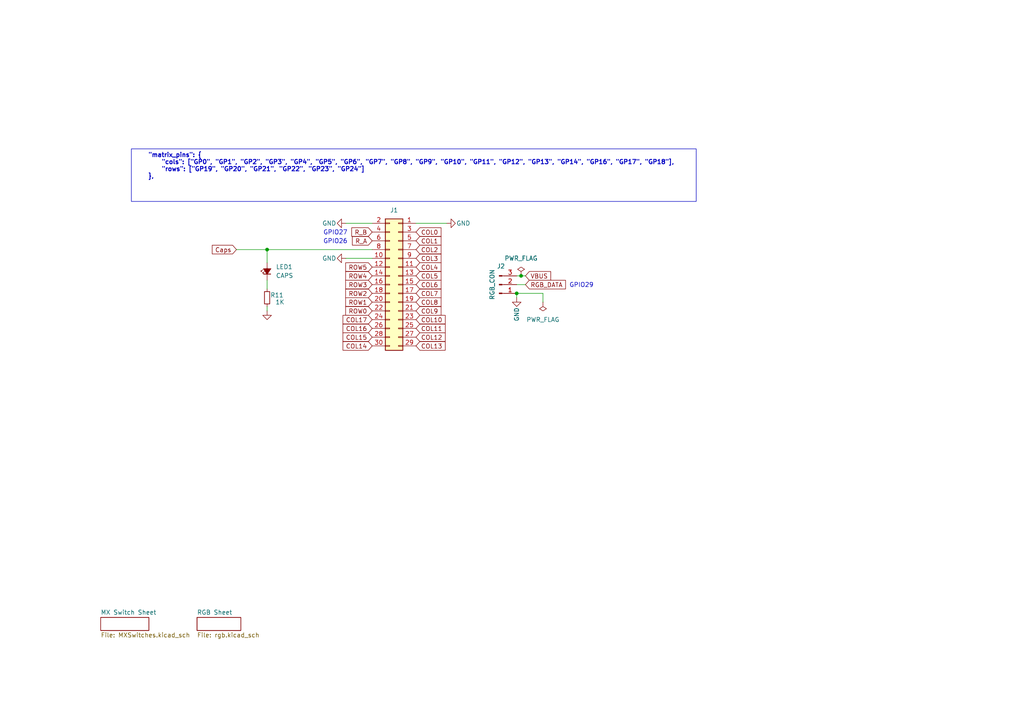
<source format=kicad_sch>
(kicad_sch (version 20231120) (generator "eeschema") (generator_version "8.0")
  (paper "A4")
  (title_block (title "Echo BB Keyboard RP2040") (date "2025-01-26") (rev "1.0") (company "Michael O'Toole"))
  (lib_symbols
    (symbol "Connector:Conn_01x03_Pin" (pin_names (offset 1.016) hide)
      (property "Reference" "J" (at 0 5.08 0))
      (property "Value" "Conn_01x03_Pin" (at 0 -5.08 0))
      (symbol "Conn_01x03_Pin_1_1"
        (polyline (pts (xy 1.27 -2.54) (xy 0.8636 -2.54)) (stroke (width 0.1524)))
        (polyline (pts (xy 1.27 0) (xy 0.8636 0)) (stroke (width 0.1524)))
        (polyline (pts (xy 1.27 2.54) (xy 0.8636 2.54)) (stroke (width 0.1524)))
        (rectangle (start 0.8636 -2.413) (end 0 -2.667) (stroke (width 0.1524)) (fill (type outline)))
        (rectangle (start 0.8636 0.127) (end 0 -0.127) (stroke (width 0.1524)) (fill (type outline)))
        (rectangle (start 0.8636 2.667) (end 0 2.413) (stroke (width 0.1524)) (fill (type outline)))
        (pin passive line (at 5.08 2.54 180) (length 3.81) (name "Pin_1") (number "1"))
        (pin passive line (at 5.08 0 180) (length 3.81) (name "Pin_2") (number "2"))
        (pin passive line (at 5.08 -2.54 180) (length 3.81) (name "Pin_3") (number "3"))
      )
    )
    (symbol "Connector_Generic:Conn_02x15_Odd_Even" (pin_names (offset 1.016) hide)
      (property "Reference" "J" (at 1.27 20.32 0))
      (property "Value" "Conn_02x15_Odd_Even" (at 1.27 -20.32 0))
      (symbol "Conn_02x15_Odd_Even_1_1"
        (rectangle (start -1.27 -17.653) (end 0 -17.907) (stroke (width 0.1524)))
        (rectangle (start -1.27 -15.113) (end 0 -15.367) (stroke (width 0.1524)))
        (rectangle (start -1.27 -12.573) (end 0 -12.827) (stroke (width 0.1524)))
        (rectangle (start -1.27 -10.033) (end 0 -10.287) (stroke (width 0.1524)))
        (rectangle (start -1.27 -7.493) (end 0 -7.747) (stroke (width 0.1524)))
        (rectangle (start -1.27 -4.953) (end 0 -5.207) (stroke (width 0.1524)))
        (rectangle (start -1.27 -2.413) (end 0 -2.667) (stroke (width 0.1524)))
        (rectangle (start -1.27 0.127) (end 0 -0.127) (stroke (width 0.1524)))
        (rectangle (start -1.27 2.667) (end 0 2.413) (stroke (width 0.1524)))
        (rectangle (start -1.27 5.207) (end 0 4.953) (stroke (width 0.1524)))
        (rectangle (start -1.27 7.747) (end 0 7.493) (stroke (width 0.1524)))
        (rectangle (start -1.27 10.287) (end 0 10.033) (stroke (width 0.1524)))
        (rectangle (start -1.27 12.827) (end 0 12.573) (stroke (width 0.1524)))
        (rectangle (start -1.27 15.367) (end 0 15.113) (stroke (width 0.1524)))
        (rectangle (start -1.27 17.907) (end 0 17.653) (stroke (width 0.1524)))
        (rectangle (start -1.27 19.05) (end 3.81 -19.05) (stroke (width 0.254)) (fill (type background)))
        (rectangle (start 3.81 -17.653) (end 2.54 -17.907) (stroke (width 0.1524)))
        (rectangle (start 3.81 -15.113) (end 2.54 -15.367) (stroke (width 0.1524)))
        (rectangle (start 3.81 -12.573) (end 2.54 -12.827) (stroke (width 0.1524)))
        (rectangle (start 3.81 -10.033) (end 2.54 -10.287) (stroke (width 0.1524)))
        (rectangle (start 3.81 -7.493) (end 2.54 -7.747) (stroke (width 0.1524)))
        (rectangle (start 3.81 -4.953) (end 2.54 -5.207) (stroke (width 0.1524)))
        (rectangle (start 3.81 -2.413) (end 2.54 -2.667) (stroke (width 0.1524)))
        (rectangle (start 3.81 0.127) (end 2.54 -0.127) (stroke (width 0.1524)))
        (rectangle (start 3.81 2.667) (end 2.54 2.413) (stroke (width 0.1524)))
        (rectangle (start 3.81 5.207) (end 2.54 4.953) (stroke (width 0.1524)))
        (rectangle (start 3.81 7.747) (end 2.54 7.493) (stroke (width 0.1524)))
        (rectangle (start 3.81 10.287) (end 2.54 10.033) (stroke (width 0.1524)))
        (rectangle (start 3.81 12.827) (end 2.54 12.573) (stroke (width 0.1524)))
        (rectangle (start 3.81 15.367) (end 2.54 15.113) (stroke (width 0.1524)))
        (rectangle (start 3.81 17.907) (end 2.54 17.653) (stroke (width 0.1524)))
        (pin passive line (at -5.08 17.78 0) (length 3.81) (name "Pin_1") (number "1"))
        (pin passive line (at 7.62 7.62 180) (length 3.81) (name "Pin_10") (number "10"))
        (pin passive line (at -5.08 5.08 0) (length 3.81) (name "Pin_11") (number "11"))
        (pin passive line (at 7.62 5.08 180) (length 3.81) (name "Pin_12") (number "12"))
        (pin passive line (at -5.08 2.54 0) (length 3.81) (name "Pin_13") (number "13"))
        (pin passive line (at 7.62 2.54 180) (length 3.81) (name "Pin_14") (number "14"))
        (pin passive line (at -5.08 0 0) (length 3.81) (name "Pin_15") (number "15"))
        (pin passive line (at 7.62 0 180) (length 3.81) (name "Pin_16") (number "16"))
        (pin passive line (at -5.08 -2.54 0) (length 3.81) (name "Pin_17") (number "17"))
        (pin passive line (at 7.62 -2.54 180) (length 3.81) (name "Pin_18") (number "18"))
        (pin passive line (at -5.08 -5.08 0) (length 3.81) (name "Pin_19") (number "19"))
        (pin passive line (at 7.62 17.78 180) (length 3.81) (name "Pin_2") (number "2"))
        (pin passive line (at 7.62 -5.08 180) (length 3.81) (name "Pin_20") (number "20"))
        (pin passive line (at -5.08 -7.62 0) (length 3.81) (name "Pin_21") (number "21"))
        (pin passive line (at 7.62 -7.62 180) (length 3.81) (name "Pin_22") (number "22"))
        (pin passive line (at -5.08 -10.16 0) (length 3.81) (name "Pin_23") (number "23"))
        (pin passive line (at 7.62 -10.16 180) (length 3.81) (name "Pin_24") (number "24"))
        (pin passive line (at -5.08 -12.7 0) (length 3.81) (name "Pin_25") (number "25"))
        (pin passive line (at 7.62 -12.7 180) (length 3.81) (name "Pin_26") (number "26"))
        (pin passive line (at -5.08 -15.24 0) (length 3.81) (name "Pin_27") (number "27"))
        (pin passive line (at 7.62 -15.24 180) (length 3.81) (name "Pin_28") (number "28"))
        (pin passive line (at -5.08 -17.78 0) (length 3.81) (name "Pin_29") (number "29"))
        (pin passive line (at -5.08 15.24 0) (length 3.81) (name "Pin_3") (number "3"))
        (pin passive line (at 7.62 -17.78 180) (length 3.81) (name "Pin_30") (number "30"))
        (pin passive line (at 7.62 15.24 180) (length 3.81) (name "Pin_4") (number "4"))
        (pin passive line (at -5.08 12.7 0) (length 3.81) (name "Pin_5") (number "5"))
        (pin passive line (at 7.62 12.7 180) (length 3.81) (name "Pin_6") (number "6"))
        (pin passive line (at -5.08 10.16 0) (length 3.81) (name "Pin_7") (number "7"))
        (pin passive line (at 7.62 10.16 180) (length 3.81) (name "Pin_8") (number "8"))
        (pin passive line (at -5.08 7.62 0) (length 3.81) (name "Pin_9") (number "9"))
      )
    )
    (symbol "Device:LED_Small_Filled" (pin_numbers hide) (pin_names (offset 0.254) hide)
      (property "Reference" "D" (at -1.27 3.175 0))
      (property "Value" "LED_Small_Filled" (at -4.445 -2.54 0))
      (symbol "LED_Small_Filled_0_1"
        (polyline (pts (xy -0.762 -1.016) (xy -0.762 1.016)) (stroke (width 0.254)))
        (polyline (pts (xy 1.016 0) (xy -0.762 0)))
        (polyline (pts (xy 0.762 -1.016) (xy -0.762 0) (xy 0.762 1.016) (xy 0.762 -1.016)) (stroke (width 0.254)) (fill (type outline)))
        (polyline (pts (xy 0 0.762) (xy -0.508 1.27) (xy -0.254 1.27) (xy -0.508 1.27) (xy -0.508 1.016)))
        (polyline (pts (xy 0.508 1.27) (xy 0 1.778) (xy 0.254 1.778) (xy 0 1.778) (xy 0 1.524)))
      )
      (symbol "LED_Small_Filled_1_1"
        (pin passive line (at -2.54 0 0) (length 1.778) (name "K") (number "1"))
        (pin passive line (at 2.54 0 180) (length 1.778) (name "A") (number "2"))
      )
    )
    (symbol "Device:R_Small" (pin_numbers hide) (pin_names (offset 0.254) hide)
      (property "Reference" "R" (at 0.762 0.508 0))
      (property "Value" "R_Small" (at 0.762 -1.016 0))
      (symbol "R_Small_0_1"
        (rectangle (start -0.762 1.778) (end 0.762 -1.778) (stroke (width 0.2032)))
      )
      (symbol "R_Small_1_1"
        (pin passive line (at 0 2.54 270) (length 0.762) (name "~") (number "1"))
        (pin passive line (at 0 -2.54 90) (length 0.762) (name "~") (number "2"))
      )
    )
    (symbol "power:GND" (power) (pin_numbers hide) (pin_names (offset 0) hide)
      (property "Value" "GND" (at 0 -3.81 0))
      (symbol "GND_0_1"
        (polyline (pts (xy 0 0) (xy 0 -1.27) (xy 1.27 -1.27) (xy 0 -2.54) (xy -1.27 -1.27) (xy 0 -1.27)))
      )
      (symbol "GND_1_1"
        (pin power_in line (at 0 0 270) (length 0) (name "~") (number "1"))
      )
    )
    (symbol "power:PWR_FLAG" (power) (pin_numbers hide) (pin_names (offset 0) hide)
      (property "Value" "PWR_FLAG" (at 0 3.81 0))
      (symbol "PWR_FLAG_0_0"
        (pin power_out line (at 0 0 90) (length 0) (name "~") (number "1"))
      )
      (symbol "PWR_FLAG_0_1"
        (polyline (pts (xy 0 0) (xy 0 1.27) (xy -1.016 1.905) (xy 0 2.54) (xy 1.016 1.905) (xy 0 1.27)))
      )
    )
  )
  (junction (at 77.47 72.39))
  (junction (at 149.86 85.09))
  (junction (at 151.13 80.01))
  (wire (pts (xy 100.33 64.77) (xy 107.95 64.77)))
  (wire (pts (xy 157.48 87.63) (xy 157.48 85.09)))
  (wire (pts (xy 151.13 80.01) (xy 152.4 80.01)))
  (wire (pts (xy 100.33 74.93) (xy 107.95 74.93)))
  (wire (pts (xy 157.48 85.09) (xy 149.86 85.09)))
  (wire (pts (xy 77.47 72.39) (xy 107.95 72.39)))
  (wire (pts (xy 149.86 80.01) (xy 151.13 80.01)))
  (wire (pts (xy 77.47 90.17) (xy 77.47 88.9)))
  (wire (pts (xy 77.47 81.28) (xy 77.47 83.82)))
  (wire (pts (xy 129.54 64.77) (xy 120.65 64.77)))
  (wire (pts (xy 77.47 72.39) (xy 77.47 76.2)))
  (wire (pts (xy 149.86 85.09) (xy 149.86 86.36)))
  (wire (pts (xy 149.86 82.55) (xy 152.4 82.55)))
  (wire (pts (xy 68.58 72.39) (xy 77.47 72.39)))
  (text_box "    \"matrix_pins\": {\n        \"cols\": [\"GP0\", \"GP1\", \"GP2\", \"GP3\", \"GP4\", \"GP5\", \"GP6\", \"GP7\", \"GP8\", \"GP9\", \"GP10\", \"GP11\", \"GP12\", \"GP13\", \"GP14\", \"GP16\", \"GP17\", \"GP18\"],\n        \"rows\": [\"GP19\", \"GP20\", \"GP21\", \"GP22\", \"GP23\", \"GP24\"]\n    }," (at 38.1 43.18 0) (size 163.83 15.24) (effects (font (size 1.27 1.27) (thickness 0.254) (bold yes)) (justify left top)))
  (text "GPIO29" (at 168.656 82.804 0) (effects (font (size 1.27 1.27))))
  (text "GPIO27" (at 97.282 67.564 0) (effects (font (size 1.27 1.27))))
  (text "GPIO26" (at 97.282 70.104 0) (effects (font (size 1.27 1.27))))
  (global_label "COL4" (shape input) (at 120.65 77.47 0) (property "Intersheetrefs" "${INTERSHEET_REFS}" (effects (hide yes))))
  (global_label "COL11" (shape input) (at 120.65 95.25 0) (property "Intersheetrefs" "${INTERSHEET_REFS}" (effects (hide yes))))
  (global_label "ROW3" (shape input) (at 107.95 82.55 180) (property "Intersheetrefs" "${INTERSHEET_REFS}" (effects (hide yes))))
  (global_label "ROW5" (shape input) (at 107.95 77.47 180) (property "Intersheetrefs" "${INTERSHEET_REFS}" (effects (hide yes))))
  (global_label "COL3" (shape input) (at 120.65 74.93 0) (property "Intersheetrefs" "${INTERSHEET_REFS}" (effects (hide yes))))
  (global_label "COL16" (shape input) (at 107.95 95.25 180) (property "Intersheetrefs" "${INTERSHEET_REFS}" (effects (hide yes))))
  (global_label "COL12" (shape input) (at 120.65 97.79 0) (property "Intersheetrefs" "${INTERSHEET_REFS}" (effects (hide yes))))
  (global_label "RGB_DATA" (shape input) (at 152.4 82.55 0) (property "Intersheetrefs" "${INTERSHEET_REFS}" (effects (hide yes))))
  (global_label "ROW4" (shape input) (at 107.95 80.01 180) (property "Intersheetrefs" "${INTERSHEET_REFS}" (effects (hide yes))))
  (global_label "COL9" (shape input) (at 120.65 90.17 0) (property "Intersheetrefs" "${INTERSHEET_REFS}" (effects (hide yes))))
  (global_label "ROW0" (shape input) (at 107.95 90.17 180) (property "Intersheetrefs" "${INTERSHEET_REFS}" (effects (hide yes))))
  (global_label "ROW1" (shape input) (at 107.95 87.63 180) (property "Intersheetrefs" "${INTERSHEET_REFS}" (effects (hide yes))))
  (global_label "COL0" (shape input) (at 120.65 67.31 0) (property "Intersheetrefs" "${INTERSHEET_REFS}" (effects (hide yes))))
  (global_label "COL1" (shape input) (at 120.65 69.85 0) (property "Intersheetrefs" "${INTERSHEET_REFS}" (effects (hide yes))))
  (global_label "COL14" (shape input) (at 107.95 100.33 180) (property "Intersheetrefs" "${INTERSHEET_REFS}" (effects (hide yes))))
  (global_label "VBUS" (shape input) (at 152.4 80.01 0) (property "Intersheetrefs" "${INTERSHEET_REFS}" (effects (hide yes))))
  (global_label "R_B" (shape input) (at 107.95 67.31 180) (property "Intersheetrefs" "${INTERSHEET_REFS}" (effects (hide yes))))
  (global_label "R_A" (shape input) (at 107.95 69.85 180) (property "Intersheetrefs" "${INTERSHEET_REFS}" (effects (hide yes))))
  (global_label "COL2" (shape input) (at 120.65 72.39 0) (property "Intersheetrefs" "${INTERSHEET_REFS}" (effects (hide yes))))
  (global_label "COL17" (shape input) (at 107.95 92.71 180) (property "Intersheetrefs" "${INTERSHEET_REFS}" (effects (hide yes))))
  (global_label "COL6" (shape input) (at 120.65 82.55 0) (property "Intersheetrefs" "${INTERSHEET_REFS}" (effects (hide yes))))
  (global_label "COL7" (shape input) (at 120.65 85.09 0) (property "Intersheetrefs" "${INTERSHEET_REFS}" (effects (hide yes))))
  (global_label "COL13" (shape input) (at 120.65 100.33 0) (property "Intersheetrefs" "${INTERSHEET_REFS}" (effects (hide yes))))
  (global_label "COL10" (shape input) (at 120.65 92.71 0) (property "Intersheetrefs" "${INTERSHEET_REFS}" (effects (hide yes))))
  (global_label "COL5" (shape input) (at 120.65 80.01 0) (property "Intersheetrefs" "${INTERSHEET_REFS}" (effects (hide yes))))
  (global_label "COL8" (shape input) (at 120.65 87.63 0) (property "Intersheetrefs" "${INTERSHEET_REFS}" (effects (hide yes))))
  (global_label "ROW2" (shape input) (at 107.95 85.09 180) (property "Intersheetrefs" "${INTERSHEET_REFS}" (effects (hide yes))))
  (global_label "Caps" (shape input) (at 68.58 72.39 180) (property "Intersheetrefs" "${INTERSHEET_REFS}" (effects (hide yes))))
  (global_label "COL15" (shape input) (at 107.95 97.79 180) (property "Intersheetrefs" "${INTERSHEET_REFS}" (effects (hide yes))))
  (symbol (lib_id "power:GND") (at 100.33 74.93 270) (mirror x) (unit 1)
    (property "Reference" "#PWR03" (effects (hide yes)))
    (property "Value" "GND" (at 97.536 74.93 90) (effects (justify right)))
    (property "Description" "Power symbol creates a global label with name \"GND\" , ground" (effects (hide yes)))
  )
  (symbol (lib_id "power:GND") (at 77.47 90.17 0) (mirror y) (unit 1)
    (property "Reference" "#PWR034" (effects (hide yes)))
    (property "Value" "GND" (effects (hide yes)))
    (property "Description" "Power symbol creates a global label with name \"GND\" , ground" (effects (hide yes)))
  )
  (symbol (lib_id "power:PWR_FLAG") (at 151.13 80.01 0) (unit 1)
    (property "Reference" "#FLG01" (effects (hide yes)))
    (property "Value" "PWR_FLAG" (at 151.13 74.93 0))
    (property "Description" "Special symbol for telling ERC where power comes from" (effects (hide yes)))
  )
  (symbol (lib_id "Connector_Generic:Conn_02x15_Odd_Even") (at 115.57 82.55 0) (mirror y) (unit 1)
    (property "Reference" "J1" (at 114.3 60.96 0))
    (property "Value" "Conn_02x15_Odd_Even" (effects (hide yes)))
    (property "Footprint" "MyConnectors2:2x15 pinheader 1.27mm" (effects (hide yes)))
    (property "Description" "Generic connector, double row, 02x15, odd/even pin numbering scheme (row 1 odd numbers, row 2 even numbers), script generated (kicad-library-utils/schlib/autogen/connector/)" (effects (hide yes)))
  )
  (symbol (lib_id "power:PWR_FLAG") (at 157.48 87.63 180) (unit 1)
    (property "Reference" "#FLG02" (effects (hide yes)))
    (property "Value" "PWR_FLAG" (at 157.48 92.71 0))
    (property "Description" "Special symbol for telling ERC where power comes from" (effects (hide yes)))
  )
  (symbol (lib_id "Connector:Conn_01x03_Pin") (at 144.78 82.55 0) (mirror x) (unit 1)
    (property "Reference" "J2" (at 145.288 77.216 0))
    (property "Value" "RGB_CON" (at 142.748 82.55 90))
    (property "Footprint" "Connector_JST:JST_EH_S3B-EH_1x03_P2.50mm_Horizontal" (effects (hide yes)))
    (property "Description" "Generic connector, single row, 01x03, script generated" (effects (hide yes)))
    (property "LCSC" "C263754" (effects (hide yes)))
    (property "MANF#" "S3B-EH(LF)(SN)" (effects (hide yes)))
  )
  (symbol (lib_id "Device:R_Small") (at 77.47 86.36 0) (mirror y) (unit 1)
    (property "Reference" "R11" (at 82.296 85.598 0) (effects (justify left)))
    (property "Value" "1K" (at 82.55 87.63 0) (effects (justify left)))
    (property "Footprint" "Resistor_SMD:R_0603_1608Metric_Pad0.98x0.95mm_HandSolder" (effects (hide yes)))
    (property "Description" "Resistor, small symbol" (effects (hide yes)))
  )
  (symbol (lib_id "power:GND") (at 149.86 86.36 0) (mirror y) (unit 1)
    (property "Reference" "#PWR04" (effects (hide yes)))
    (property "Value" "GND" (at 149.86 89.154 90) (effects (justify right)))
    (property "Description" "Power symbol creates a global label with name \"GND\" , ground" (effects (hide yes)))
  )
  (symbol (lib_id "Device:LED_Small_Filled") (at 77.47 78.74 90) (unit 1)
    (property "Reference" "LED1" (at 80.01 77.4064 90) (effects (justify right)))
    (property "Value" "CAPS" (at 80.01 79.9464 90) (effects (justify right)))
    (property "Footprint" "LED_SMD:LED_0805_2012Metric" (effects (hide yes)))
    (property "Description" "Light emitting diode, small symbol, filled shape" (effects (hide yes)))
  )
  (symbol (lib_id "power:GND") (at 100.33 64.77 270) (mirror x) (unit 1)
    (property "Reference" "#PWR01" (effects (hide yes)))
    (property "Value" "GND" (at 97.536 64.77 90) (effects (justify right)))
    (property "Description" "Power symbol creates a global label with name \"GND\" , ground" (effects (hide yes)))
  )
  (symbol (lib_id "power:GND") (at 129.54 64.77 90) (mirror x) (unit 1)
    (property "Reference" "#PWR02" (effects (hide yes)))
    (property "Value" "GND" (at 132.334 64.77 90) (effects (justify right)))
    (property "Description" "Power symbol creates a global label with name \"GND\" , ground" (effects (hide yes)))
  )
  (sheet (at 29.21 179.07) (size 13.97 3.81) (stroke (width 0.1524))
    (property "Sheetname" "MX Switch Sheet" (at 29.21 178.3584 0) (effects (justify left bottom)))
    (property "Sheetfile" "MXSwitches.kicad_sch" (at 29.21 183.4646 0) (effects (justify left top)))
  )
  (sheet (at 57.15 179.07) (size 12.7 3.81) (stroke (width 0.1524))
    (property "Sheetname" "RGB Sheet" (at 57.15 178.3584 0) (effects (justify left bottom)))
    (property "Sheetfile" "rgb.kicad_sch" (at 57.15 183.4646 0) (effects (justify left top)))
  )
)
</source>
